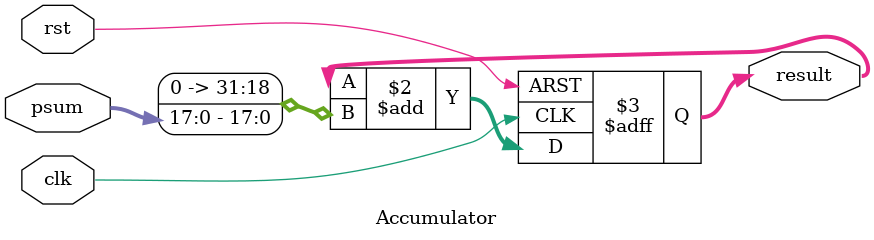
<source format=v>
module Accumulator(
	input		clk,
	input		rst,
	input		[17:0]	psum,
	output	reg	[31:0]	result
);
always @(posedge clk or posedge rst)
begin
	if(rst)
	begin
		result <= 32'd0;
	end
	else
	begin
		result <= result + {14'd0, psum};
	end
end
endmodule
</source>
